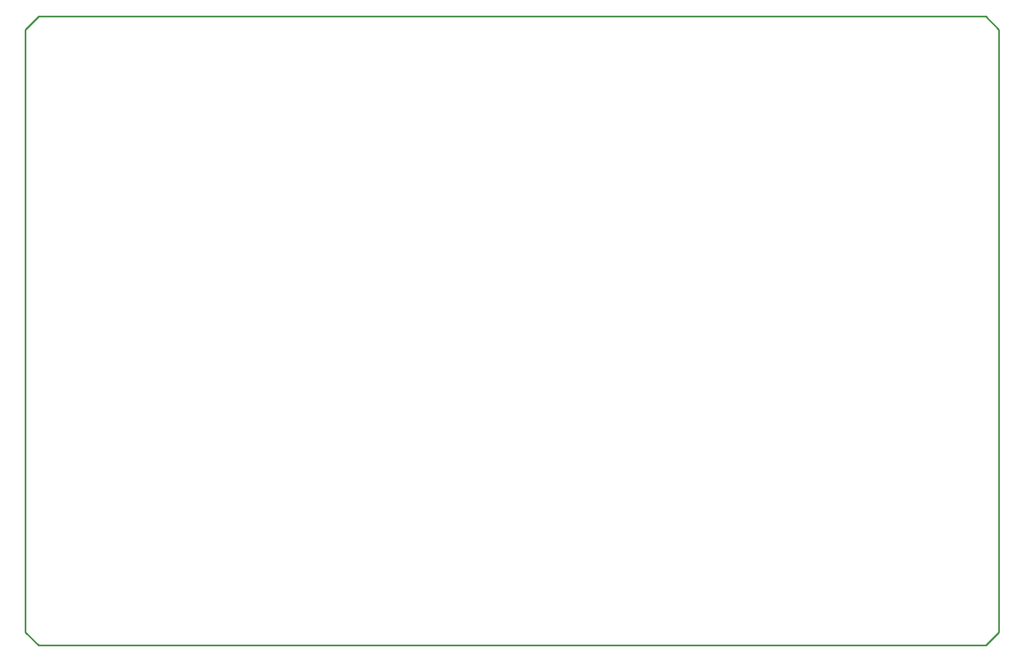
<source format=gko>
G04*
G04 #@! TF.GenerationSoftware,Altium Limited,Altium Designer,19.0.15 (446)*
G04*
G04 Layer_Color=16711935*
%FSLAX25Y25*%
%MOIN*%
G70*
G01*
G75*
%ADD10C,0.01000*%
D10*
X0Y7874D02*
Y366142D01*
Y7874D02*
X7874Y0D01*
X570866D01*
X578740Y7874D01*
Y366142D01*
X570866Y374016D02*
X578740Y366142D01*
X7874Y374016D02*
X570866D01*
X0Y366142D02*
X7874Y374016D01*
M02*

</source>
